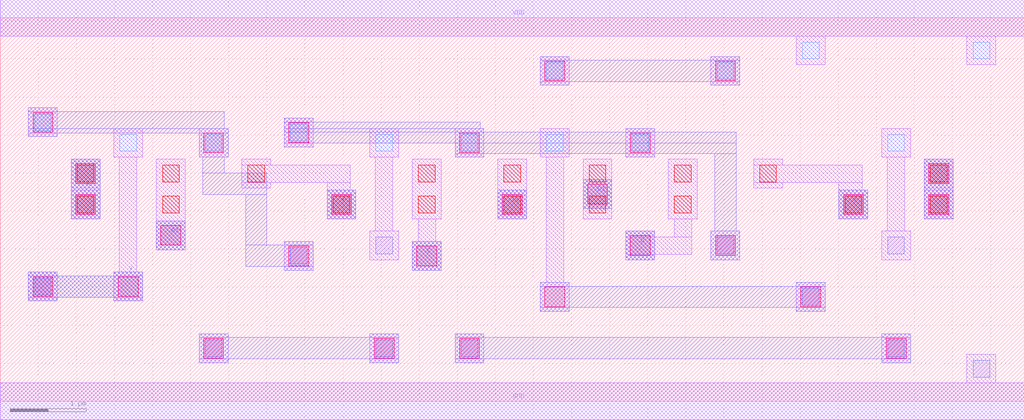
<source format=lef>
MACRO AOAAOAI211311
 CLASS CORE ;
 FOREIGN AOAAOAI211311 0 0 ;
 SIZE 13.44 BY 5.04 ;
 ORIGIN 0 0 ;
 SYMMETRY X Y R90 ;
 SITE unit ;
  PIN VDD
   DIRECTION INOUT ;
   USE POWER ;
   SHAPE ABUTMENT ;
    PORT
     CLASS CORE ;
       LAYER met1 ;
        RECT 0.00000000 4.80000000 13.44000000 5.28000000 ;
    END
  END VDD

  PIN GND
   DIRECTION INOUT ;
   USE POWER ;
   SHAPE ABUTMENT ;
    PORT
     CLASS CORE ;
       LAYER met1 ;
        RECT 0.00000000 -0.24000000 13.44000000 0.24000000 ;
    END
  END GND

  PIN Y
   DIRECTION INOUT ;
   USE SIGNAL ;
   SHAPE ABUTMENT ;
    PORT
     CLASS CORE ;
       LAYER met2 ;
        RECT 0.37000000 1.31700000 0.75000000 1.36700000 ;
        RECT 1.49000000 1.31700000 1.87000000 1.36700000 ;
        RECT 0.37000000 1.36700000 1.87000000 1.64700000 ;
        RECT 0.37000000 1.64700000 0.75000000 1.69700000 ;
        RECT 1.49000000 1.64700000 1.87000000 1.69700000 ;
    END
  END Y

  PIN A
   DIRECTION INOUT ;
   USE SIGNAL ;
   SHAPE ABUTMENT ;
    PORT
     CLASS CORE ;
       LAYER met2 ;
        RECT 0.93000000 2.39700000 1.31000000 3.18200000 ;
    END
  END A

  PIN A1
   DIRECTION INOUT ;
   USE SIGNAL ;
   SHAPE ABUTMENT ;
    PORT
     CLASS CORE ;
       LAYER met2 ;
        RECT 2.05000000 1.99200000 2.43000000 2.37200000 ;
    END
  END A1

  PIN B
   DIRECTION INOUT ;
   USE SIGNAL ;
   SHAPE ABUTMENT ;
    PORT
     CLASS CORE ;
       LAYER met2 ;
        RECT 4.29000000 2.39700000 4.67000000 2.77700000 ;
    END
  END B

  PIN C
   DIRECTION INOUT ;
   USE SIGNAL ;
   SHAPE ABUTMENT ;
    PORT
     CLASS CORE ;
       LAYER met2 ;
        RECT 5.41000000 1.72200000 5.79000000 2.10200000 ;
    END
  END C

  PIN D2
   DIRECTION INOUT ;
   USE SIGNAL ;
   SHAPE ABUTMENT ;
    PORT
     CLASS CORE ;
       LAYER met2 ;
        RECT 6.53000000 2.39700000 6.91000000 2.77700000 ;
    END
  END D2

  PIN E
   DIRECTION INOUT ;
   USE SIGNAL ;
   SHAPE ABUTMENT ;
    PORT
     CLASS CORE ;
       LAYER met2 ;
        RECT 11.01000000 2.39700000 11.39000000 2.77700000 ;
    END
  END E

  PIN F
   DIRECTION INOUT ;
   USE SIGNAL ;
   SHAPE ABUTMENT ;
    PORT
     CLASS CORE ;
       LAYER met2 ;
        RECT 12.13000000 2.39700000 12.51000000 3.18200000 ;
    END
  END F

  PIN D
   DIRECTION INOUT ;
   USE SIGNAL ;
   SHAPE ABUTMENT ;
    PORT
     CLASS CORE ;
       LAYER met2 ;
        RECT 8.21000000 1.85700000 8.59000000 2.23700000 ;
    END
  END D

  PIN D1
   DIRECTION INOUT ;
   USE SIGNAL ;
   SHAPE ABUTMENT ;
    PORT
     CLASS CORE ;
       LAYER met2 ;
        RECT 7.65000000 2.53200000 8.03000000 2.91200000 ;
    END
  END D1

 OBS
    LAYER polycont ;
     RECT 1.01000000 2.47700000 1.23000000 2.69700000 ;
     RECT 2.13000000 2.47700000 2.35000000 2.69700000 ;
     RECT 4.37000000 2.47700000 4.59000000 2.69700000 ;
     RECT 5.49000000 2.47700000 5.71000000 2.69700000 ;
     RECT 6.61000000 2.47700000 6.83000000 2.69700000 ;
     RECT 7.73000000 2.47700000 7.95000000 2.69700000 ;
     RECT 8.85000000 2.47700000 9.07000000 2.69700000 ;
     RECT 11.09000000 2.47700000 11.31000000 2.69700000 ;
     RECT 12.21000000 2.47700000 12.43000000 2.69700000 ;
     RECT 1.01000000 2.88200000 1.23000000 3.10200000 ;
     RECT 2.13000000 2.88200000 2.35000000 3.10200000 ;
     RECT 3.25000000 2.88200000 3.47000000 3.10200000 ;
     RECT 5.49000000 2.88200000 5.71000000 3.10200000 ;
     RECT 6.61000000 2.88200000 6.83000000 3.10200000 ;
     RECT 7.73000000 2.88200000 7.95000000 3.10200000 ;
     RECT 8.85000000 2.88200000 9.07000000 3.10200000 ;
     RECT 9.97000000 2.88200000 10.19000000 3.10200000 ;
     RECT 12.21000000 2.88200000 12.43000000 3.10200000 ;

    LAYER pdiffc ;
     RECT 1.57000000 3.28700000 1.79000000 3.50700000 ;
     RECT 2.69000000 3.28700000 2.91000000 3.50700000 ;
     RECT 4.93000000 3.28700000 5.15000000 3.50700000 ;
     RECT 6.05000000 3.28700000 6.27000000 3.50700000 ;
     RECT 7.17000000 3.28700000 7.39000000 3.50700000 ;
     RECT 8.29000000 3.28700000 8.51000000 3.50700000 ;
     RECT 11.65000000 3.28700000 11.87000000 3.50700000 ;
     RECT 3.81000000 3.42200000 4.03000000 3.64200000 ;
     RECT 0.45000000 3.55700000 0.67000000 3.77700000 ;
     RECT 7.17000000 4.23200000 7.39000000 4.45200000 ;
     RECT 9.41000000 4.23200000 9.63000000 4.45200000 ;
     RECT 10.53000000 4.50200000 10.75000000 4.72200000 ;
     RECT 12.77000000 4.50200000 12.99000000 4.72200000 ;

    LAYER ndiffc ;
     RECT 12.77000000 0.31700000 12.99000000 0.53700000 ;
     RECT 2.69000000 0.58700000 2.91000000 0.80700000 ;
     RECT 4.93000000 0.58700000 5.15000000 0.80700000 ;
     RECT 6.05000000 0.58700000 6.27000000 0.80700000 ;
     RECT 11.65000000 0.58700000 11.87000000 0.80700000 ;
     RECT 10.53000000 1.26200000 10.75000000 1.48200000 ;
     RECT 0.45000000 1.39700000 0.67000000 1.61700000 ;
     RECT 3.81000000 1.80200000 4.03000000 2.02200000 ;
     RECT 4.93000000 1.93700000 5.15000000 2.15700000 ;
     RECT 9.41000000 1.93700000 9.63000000 2.15700000 ;
     RECT 11.65000000 1.93700000 11.87000000 2.15700000 ;

    LAYER met1 ;
     RECT 0.00000000 -0.24000000 13.44000000 0.24000000 ;
     RECT 12.69000000 0.24000000 13.07000000 0.61700000 ;
     RECT 2.61000000 0.50700000 2.99000000 0.88700000 ;
     RECT 4.85000000 0.50700000 5.23000000 0.88700000 ;
     RECT 5.97000000 0.50700000 6.35000000 0.88700000 ;
     RECT 11.57000000 0.50700000 11.95000000 0.88700000 ;
     RECT 10.45000000 1.18200000 10.83000000 1.56200000 ;
     RECT 0.37000000 1.31700000 0.75000000 1.69700000 ;
     RECT 3.73000000 1.72200000 4.11000000 2.10200000 ;
     RECT 9.33000000 1.85700000 9.71000000 2.23700000 ;
     RECT 0.93000000 2.39700000 1.31000000 2.77700000 ;
     RECT 12.13000000 2.39700000 12.51000000 2.77700000 ;
     RECT 0.93000000 2.80200000 1.31000000 3.18200000 ;
     RECT 2.05000000 1.99200000 2.43000000 3.18200000 ;
     RECT 4.29000000 2.39700000 4.67000000 2.77700000 ;
     RECT 3.17000000 2.80200000 3.55000000 2.87700000 ;
     RECT 4.29000000 2.77700000 4.59500000 2.87700000 ;
     RECT 3.17000000 2.87700000 4.59500000 3.10700000 ;
     RECT 3.17000000 3.10700000 3.55000000 3.18200000 ;
     RECT 5.41000000 1.72200000 5.79000000 2.10200000 ;
     RECT 5.48500000 2.10200000 5.71500000 2.39700000 ;
     RECT 5.41000000 2.39700000 5.79000000 3.18200000 ;
     RECT 6.53000000 2.39700000 6.91000000 3.18200000 ;
     RECT 7.65000000 2.39700000 8.03000000 3.18200000 ;
     RECT 8.21000000 1.85700000 8.59000000 1.93200000 ;
     RECT 8.21000000 1.93200000 9.07500000 2.16200000 ;
     RECT 8.21000000 2.16200000 8.59000000 2.23700000 ;
     RECT 8.84500000 2.16200000 9.07500000 2.39700000 ;
     RECT 8.77000000 2.39700000 9.15000000 3.18200000 ;
     RECT 11.01000000 2.39700000 11.39000000 2.77700000 ;
     RECT 9.89000000 2.80200000 10.27000000 2.87700000 ;
     RECT 11.01000000 2.77700000 11.31500000 2.87700000 ;
     RECT 9.89000000 2.87700000 11.31500000 3.10700000 ;
     RECT 9.89000000 3.10700000 10.27000000 3.18200000 ;
     RECT 12.13000000 2.80200000 12.51000000 3.18200000 ;
     RECT 1.49000000 1.31700000 1.87000000 1.69700000 ;
     RECT 1.56500000 1.69700000 1.79500000 3.20700000 ;
     RECT 1.49000000 3.20700000 1.87000000 3.58700000 ;
     RECT 2.61000000 3.20700000 2.99000000 3.58700000 ;
     RECT 4.85000000 1.85700000 5.23000000 2.23700000 ;
     RECT 4.92500000 2.23700000 5.15500000 3.20700000 ;
     RECT 4.85000000 3.20700000 5.23000000 3.58700000 ;
     RECT 5.97000000 3.20700000 6.35000000 3.58700000 ;
     RECT 7.09000000 1.18200000 7.47000000 1.56200000 ;
     RECT 7.16500000 1.56200000 7.39500000 3.20700000 ;
     RECT 7.09000000 3.20700000 7.47000000 3.58700000 ;
     RECT 8.21000000 3.20700000 8.59000000 3.58700000 ;
     RECT 11.57000000 1.85700000 11.95000000 2.23700000 ;
     RECT 11.64500000 2.23700000 11.87500000 3.20700000 ;
     RECT 11.57000000 3.20700000 11.95000000 3.58700000 ;
     RECT 3.73000000 3.34200000 4.11000000 3.72200000 ;
     RECT 0.37000000 3.47700000 0.75000000 3.85700000 ;
     RECT 7.09000000 4.15200000 7.47000000 4.53200000 ;
     RECT 9.33000000 4.15200000 9.71000000 4.53200000 ;
     RECT 10.45000000 4.42200000 10.83000000 4.80000000 ;
     RECT 12.69000000 4.42200000 13.07000000 4.80000000 ;
     RECT 0.00000000 4.80000000 13.44000000 5.28000000 ;

    LAYER via1 ;
     RECT 2.67000000 0.56700000 2.93000000 0.82700000 ;
     RECT 4.91000000 0.56700000 5.17000000 0.82700000 ;
     RECT 6.03000000 0.56700000 6.29000000 0.82700000 ;
     RECT 11.63000000 0.56700000 11.89000000 0.82700000 ;
     RECT 7.15000000 1.24200000 7.41000000 1.50200000 ;
     RECT 10.51000000 1.24200000 10.77000000 1.50200000 ;
     RECT 0.43000000 1.37700000 0.69000000 1.63700000 ;
     RECT 1.55000000 1.37700000 1.81000000 1.63700000 ;
     RECT 3.79000000 1.78200000 4.05000000 2.04200000 ;
     RECT 5.47000000 1.78200000 5.73000000 2.04200000 ;
     RECT 8.27000000 1.91700000 8.53000000 2.17700000 ;
     RECT 9.39000000 1.91700000 9.65000000 2.17700000 ;
     RECT 2.11000000 2.05200000 2.37000000 2.31200000 ;
     RECT 0.99000000 2.45700000 1.25000000 2.71700000 ;
     RECT 4.35000000 2.45700000 4.61000000 2.71700000 ;
     RECT 6.59000000 2.45700000 6.85000000 2.71700000 ;
     RECT 11.07000000 2.45700000 11.33000000 2.71700000 ;
     RECT 12.19000000 2.45700000 12.45000000 2.71700000 ;
     RECT 7.71000000 2.59200000 7.97000000 2.85200000 ;
     RECT 0.99000000 2.86200000 1.25000000 3.12200000 ;
     RECT 12.19000000 2.86200000 12.45000000 3.12200000 ;
     RECT 2.67000000 3.26700000 2.93000000 3.52700000 ;
     RECT 6.03000000 3.26700000 6.29000000 3.52700000 ;
     RECT 8.27000000 3.26700000 8.53000000 3.52700000 ;
     RECT 3.79000000 3.40200000 4.05000000 3.66200000 ;
     RECT 0.43000000 3.53700000 0.69000000 3.79700000 ;
     RECT 7.15000000 4.21200000 7.41000000 4.47200000 ;
     RECT 9.39000000 4.21200000 9.65000000 4.47200000 ;

    LAYER met2 ;
     RECT 2.61000000 0.50700000 2.99000000 0.55700000 ;
     RECT 4.85000000 0.50700000 5.23000000 0.55700000 ;
     RECT 2.61000000 0.55700000 5.23000000 0.83700000 ;
     RECT 2.61000000 0.83700000 2.99000000 0.88700000 ;
     RECT 4.85000000 0.83700000 5.23000000 0.88700000 ;
     RECT 5.97000000 0.50700000 6.35000000 0.55700000 ;
     RECT 11.57000000 0.50700000 11.95000000 0.55700000 ;
     RECT 5.97000000 0.55700000 11.95000000 0.83700000 ;
     RECT 5.97000000 0.83700000 6.35000000 0.88700000 ;
     RECT 11.57000000 0.83700000 11.95000000 0.88700000 ;
     RECT 7.09000000 1.18200000 7.47000000 1.23200000 ;
     RECT 10.45000000 1.18200000 10.83000000 1.23200000 ;
     RECT 7.09000000 1.23200000 10.83000000 1.51200000 ;
     RECT 7.09000000 1.51200000 7.47000000 1.56200000 ;
     RECT 10.45000000 1.51200000 10.83000000 1.56200000 ;
     RECT 0.37000000 1.31700000 0.75000000 1.36700000 ;
     RECT 1.49000000 1.31700000 1.87000000 1.36700000 ;
     RECT 0.37000000 1.36700000 1.87000000 1.64700000 ;
     RECT 0.37000000 1.64700000 0.75000000 1.69700000 ;
     RECT 1.49000000 1.64700000 1.87000000 1.69700000 ;
     RECT 5.41000000 1.72200000 5.79000000 2.10200000 ;
     RECT 8.21000000 1.85700000 8.59000000 2.23700000 ;
     RECT 2.05000000 1.99200000 2.43000000 2.37200000 ;
     RECT 4.29000000 2.39700000 4.67000000 2.77700000 ;
     RECT 6.53000000 2.39700000 6.91000000 2.77700000 ;
     RECT 11.01000000 2.39700000 11.39000000 2.77700000 ;
     RECT 7.65000000 2.53200000 8.03000000 2.91200000 ;
     RECT 0.93000000 2.39700000 1.31000000 3.18200000 ;
     RECT 12.13000000 2.39700000 12.51000000 3.18200000 ;
     RECT 9.33000000 1.85700000 9.71000000 2.23700000 ;
     RECT 5.97000000 3.20700000 6.35000000 3.25700000 ;
     RECT 8.21000000 3.20700000 8.59000000 3.25700000 ;
     RECT 9.38000000 2.23700000 9.66000000 3.25700000 ;
     RECT 3.73000000 3.34200000 4.11000000 3.39200000 ;
     RECT 5.97000000 3.25700000 9.66000000 3.39200000 ;
     RECT 3.73000000 3.39200000 9.66000000 3.53700000 ;
     RECT 3.73000000 3.53700000 6.35000000 3.58700000 ;
     RECT 8.21000000 3.53700000 8.59000000 3.58700000 ;
     RECT 3.73000000 3.58700000 6.30000000 3.67200000 ;
     RECT 3.73000000 3.67200000 4.11000000 3.72200000 ;
     RECT 3.73000000 1.72200000 4.11000000 1.77200000 ;
     RECT 3.22000000 1.77200000 4.11000000 2.05200000 ;
     RECT 3.73000000 2.05200000 4.11000000 2.10200000 ;
     RECT 3.22000000 2.05200000 3.50000000 2.71700000 ;
     RECT 2.66000000 2.71700000 3.50000000 2.99700000 ;
     RECT 2.66000000 2.99700000 2.94000000 3.20700000 ;
     RECT 0.37000000 3.47700000 0.75000000 3.52700000 ;
     RECT 2.61000000 3.20700000 2.99000000 3.52700000 ;
     RECT 0.37000000 3.52700000 2.99000000 3.58700000 ;
     RECT 0.37000000 3.58700000 2.94000000 3.80700000 ;
     RECT 0.37000000 3.80700000 0.75000000 3.85700000 ;
     RECT 7.09000000 4.15200000 7.47000000 4.20200000 ;
     RECT 9.33000000 4.15200000 9.71000000 4.20200000 ;
     RECT 7.09000000 4.20200000 9.71000000 4.48200000 ;
     RECT 7.09000000 4.48200000 7.47000000 4.53200000 ;
     RECT 9.33000000 4.48200000 9.71000000 4.53200000 ;

 END
END AOAAOAI211311

</source>
